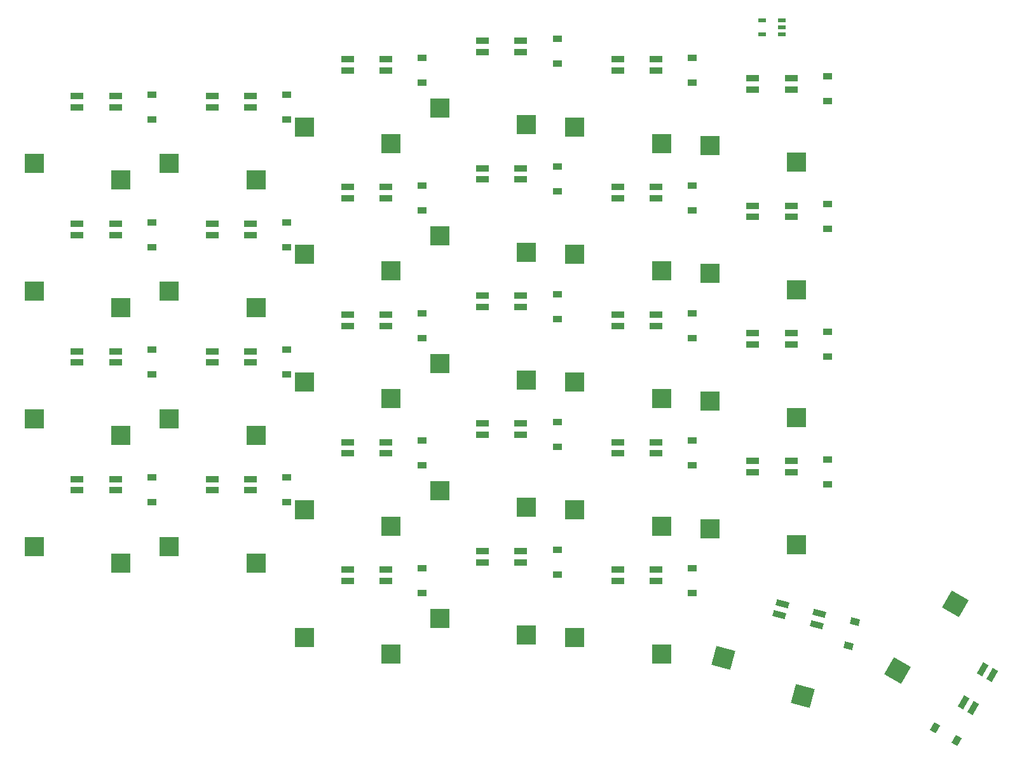
<source format=gbr>
%TF.GenerationSoftware,KiCad,Pcbnew,7.0.7*%
%TF.CreationDate,2023-10-16T17:22:34-07:00*%
%TF.ProjectId,main_pcb,6d61696e-5f70-4636-922e-6b696361645f,v1.0.0*%
%TF.SameCoordinates,Original*%
%TF.FileFunction,Paste,Bot*%
%TF.FilePolarity,Positive*%
%FSLAX46Y46*%
G04 Gerber Fmt 4.6, Leading zero omitted, Abs format (unit mm)*
G04 Created by KiCad (PCBNEW 7.0.7) date 2023-10-16 17:22:34*
%MOMM*%
%LPD*%
G01*
G04 APERTURE LIST*
G04 Aperture macros list*
%AMRotRect*
0 Rectangle, with rotation*
0 The origin of the aperture is its center*
0 $1 length*
0 $2 width*
0 $3 Rotation angle, in degrees counterclockwise*
0 Add horizontal line*
21,1,$1,$2,0,0,$3*%
G04 Aperture macros list end*
%ADD10R,1.700000X0.820000*%
%ADD11RotRect,1.700000X0.820000X345.000000*%
%ADD12R,2.600000X2.600000*%
%ADD13RotRect,1.700000X0.820000X240.000000*%
%ADD14RotRect,2.600000X2.600000X165.000000*%
%ADD15R,1.100000X0.600000*%
%ADD16RotRect,2.600000X2.600000X60.000000*%
%ADD17R,1.200000X0.900000*%
%ADD18RotRect,0.900000X1.200000X150.000000*%
%ADD19RotRect,0.900000X1.200000X255.000000*%
G04 APERTURE END LIST*
D10*
%TO.C,_23*%
X224549988Y-121850000D03*
X219449988Y-123350000D03*
X224549988Y-123350000D03*
X219449988Y-121850000D03*
%TD*%
%TO.C,_17*%
X206549988Y-136350000D03*
X201449988Y-137850000D03*
X206549988Y-137850000D03*
X201449988Y-136350000D03*
%TD*%
D11*
%TO.C,_28*%
X246321899Y-195688878D03*
X241007449Y-195817790D03*
X245933671Y-197137767D03*
X241395677Y-194368901D03*
%TD*%
D10*
%TO.C,_25*%
X242549988Y-158350000D03*
X237449988Y-159850000D03*
X242549988Y-159850000D03*
X237449988Y-158350000D03*
%TD*%
%TO.C,_21*%
X224549988Y-155850000D03*
X219449988Y-157350000D03*
X224549988Y-157350000D03*
X219449988Y-155850000D03*
%TD*%
D12*
%TO.C,S20*%
X225274988Y-184050000D03*
X213724988Y-181850000D03*
%TD*%
%TO.C,S27*%
X243274988Y-135550000D03*
X231724988Y-133350000D03*
%TD*%
D10*
%TO.C,_4*%
X152549988Y-126750000D03*
X147449988Y-128250000D03*
X152549988Y-128250000D03*
X147449988Y-126750000D03*
%TD*%
%TO.C,_19*%
X224549988Y-189850000D03*
X219449988Y-191350000D03*
X224549988Y-191350000D03*
X219449988Y-189850000D03*
%TD*%
%TO.C,_5*%
X170549988Y-177750000D03*
X165449988Y-179250000D03*
X170549988Y-179250000D03*
X165449988Y-177750000D03*
%TD*%
D12*
%TO.C,S15*%
X207274988Y-181550000D03*
X195724988Y-179350000D03*
%TD*%
%TO.C,S5*%
X171274988Y-188950000D03*
X159724988Y-186750000D03*
%TD*%
%TO.C,S11*%
X189274988Y-167050000D03*
X177724988Y-164850000D03*
%TD*%
D10*
%TO.C,_2*%
X152549988Y-160750000D03*
X147449988Y-162250000D03*
X152549988Y-162250000D03*
X147449988Y-160750000D03*
%TD*%
D13*
%TO.C,_29*%
X266823350Y-208244032D03*
X268074312Y-203077302D03*
X265524312Y-207494032D03*
X269373350Y-203827302D03*
%TD*%
D10*
%TO.C,_15*%
X206549988Y-170350000D03*
X201449988Y-171850000D03*
X206549988Y-171850000D03*
X201449988Y-170350000D03*
%TD*%
%TO.C,_11*%
X188549988Y-155850000D03*
X183449988Y-157350000D03*
X188549988Y-157350000D03*
X183449988Y-155850000D03*
%TD*%
D12*
%TO.C,S9*%
X189274988Y-201050000D03*
X177724988Y-198850000D03*
%TD*%
D10*
%TO.C,_24*%
X242549988Y-175350000D03*
X237449988Y-176850000D03*
X242549988Y-176850000D03*
X237449988Y-175350000D03*
%TD*%
%TO.C,_10*%
X188549988Y-172850000D03*
X183449988Y-174350000D03*
X188549988Y-174350000D03*
X183449988Y-172850000D03*
%TD*%
D12*
%TO.C,S16*%
X207274988Y-164550000D03*
X195724988Y-162350000D03*
%TD*%
%TO.C,S24*%
X243274988Y-186550000D03*
X231724988Y-184350000D03*
%TD*%
%TO.C,S6*%
X171274988Y-171950000D03*
X159724988Y-169750000D03*
%TD*%
%TO.C,S8*%
X171274988Y-137950000D03*
X159724988Y-135750000D03*
%TD*%
D10*
%TO.C,_9*%
X188549988Y-189850000D03*
X183449988Y-191350000D03*
X188549988Y-191350000D03*
X183449988Y-189850000D03*
%TD*%
%TO.C,_14*%
X206549988Y-187350000D03*
X201449988Y-188850000D03*
X206549988Y-188850000D03*
X201449988Y-187350000D03*
%TD*%
D12*
%TO.C,S1*%
X153274988Y-188950000D03*
X141724988Y-186750000D03*
%TD*%
%TO.C,S10*%
X189274988Y-184050000D03*
X177724988Y-181850000D03*
%TD*%
D10*
%TO.C,_20*%
X224549988Y-172850000D03*
X219449988Y-174350000D03*
X224549988Y-174350000D03*
X219449988Y-172850000D03*
%TD*%
%TO.C,_27*%
X242549988Y-124350000D03*
X237449988Y-125850000D03*
X242549988Y-125850000D03*
X237449988Y-124350000D03*
%TD*%
%TO.C,_12*%
X188549988Y-138850000D03*
X183449988Y-140350000D03*
X188549988Y-140350000D03*
X183449988Y-138850000D03*
%TD*%
%TO.C,_18*%
X206549988Y-119350000D03*
X201449988Y-120850000D03*
X206549988Y-120850000D03*
X201449988Y-119350000D03*
%TD*%
D12*
%TO.C,S13*%
X189274988Y-133050000D03*
X177724988Y-130850000D03*
%TD*%
%TO.C,S12*%
X189274988Y-150050000D03*
X177724988Y-147850000D03*
%TD*%
D14*
%TO.C,S28*%
X244123422Y-206694891D03*
X233536380Y-201580494D03*
%TD*%
D12*
%TO.C,S4*%
X153274988Y-137950000D03*
X141724988Y-135750000D03*
%TD*%
D15*
%TO.C,_30*%
X241299988Y-117600000D03*
X238699988Y-116650000D03*
X241299988Y-118550000D03*
X241299988Y-116650000D03*
X238699988Y-118550000D03*
%TD*%
D12*
%TO.C,S17*%
X207274988Y-147550000D03*
X195724988Y-145350000D03*
%TD*%
D10*
%TO.C,_16*%
X206549988Y-153350000D03*
X201449988Y-154850000D03*
X206549988Y-154850000D03*
X201449988Y-153350000D03*
%TD*%
D12*
%TO.C,S19*%
X225274988Y-201050000D03*
X213724988Y-198850000D03*
%TD*%
%TO.C,S22*%
X225274988Y-150050000D03*
X213724988Y-147850000D03*
%TD*%
D10*
%TO.C,_1*%
X152549988Y-177750000D03*
X147449988Y-179250000D03*
X152549988Y-179250000D03*
X147449988Y-177750000D03*
%TD*%
D12*
%TO.C,S7*%
X171274988Y-154950000D03*
X159724988Y-152750000D03*
%TD*%
%TO.C,S25*%
X243274988Y-169550000D03*
X231724988Y-167350000D03*
%TD*%
D10*
%TO.C,_6*%
X170549988Y-160750000D03*
X165449988Y-162250000D03*
X170549988Y-162250000D03*
X165449988Y-160750000D03*
%TD*%
%TO.C,_8*%
X170549988Y-126750000D03*
X165449988Y-128250000D03*
X170549988Y-128250000D03*
X165449988Y-126750000D03*
%TD*%
%TO.C,_13*%
X188549988Y-121850000D03*
X183449988Y-123350000D03*
X188549988Y-123350000D03*
X183449988Y-121850000D03*
%TD*%
%TO.C,_22*%
X224549988Y-138850000D03*
X219449988Y-140350000D03*
X224549988Y-140350000D03*
X219449988Y-138850000D03*
%TD*%
D12*
%TO.C,S21*%
X225274988Y-167050000D03*
X213724988Y-164850000D03*
%TD*%
%TO.C,S2*%
X153274988Y-171950000D03*
X141724988Y-169750000D03*
%TD*%
D10*
%TO.C,_7*%
X170549988Y-143750000D03*
X165449988Y-145250000D03*
X170549988Y-145250000D03*
X165449988Y-143750000D03*
%TD*%
%TO.C,_3*%
X152549988Y-143750000D03*
X147449988Y-145250000D03*
X152549988Y-145250000D03*
X147449988Y-143750000D03*
%TD*%
D12*
%TO.C,S18*%
X207274988Y-130550000D03*
X195724988Y-128350000D03*
%TD*%
D10*
%TO.C,_26*%
X242549988Y-141350000D03*
X237449988Y-142850000D03*
X242549988Y-142850000D03*
X237449988Y-141350000D03*
%TD*%
D12*
%TO.C,S3*%
X153274988Y-154950000D03*
X141724988Y-152750000D03*
%TD*%
%TO.C,S26*%
X243274988Y-152550000D03*
X231724988Y-150350000D03*
%TD*%
%TO.C,S14*%
X207274988Y-198550000D03*
X195724988Y-196350000D03*
%TD*%
D16*
%TO.C,S29*%
X256761365Y-203271900D03*
X264441621Y-194369307D03*
%TD*%
D12*
%TO.C,S23*%
X225274988Y-133050000D03*
X213724988Y-130850000D03*
%TD*%
D17*
%TO.C,D12*%
X193399988Y-141950000D03*
X193399988Y-138650000D03*
%TD*%
%TO.C,D13*%
X193399988Y-124950000D03*
X193399988Y-121650000D03*
%TD*%
%TO.C,D24*%
X247399988Y-178450000D03*
X247399988Y-175150000D03*
%TD*%
%TO.C,D3*%
X157399988Y-146850000D03*
X157399988Y-143550000D03*
%TD*%
%TO.C,D20*%
X229399988Y-175950000D03*
X229399988Y-172650000D03*
%TD*%
%TO.C,D2*%
X157399988Y-163850000D03*
X157399988Y-160550000D03*
%TD*%
%TO.C,D10*%
X193399988Y-175950000D03*
X193399988Y-172650000D03*
%TD*%
%TO.C,D11*%
X193399988Y-158950000D03*
X193399988Y-155650000D03*
%TD*%
%TO.C,D4*%
X157399988Y-129850000D03*
X157399988Y-126550000D03*
%TD*%
%TO.C,D14*%
X211399988Y-190450000D03*
X211399988Y-187150000D03*
%TD*%
%TO.C,D18*%
X211399988Y-122450000D03*
X211399988Y-119150000D03*
%TD*%
%TO.C,D25*%
X247399988Y-161450000D03*
X247399988Y-158150000D03*
%TD*%
%TO.C,D7*%
X175399988Y-146850000D03*
X175399988Y-143550000D03*
%TD*%
%TO.C,D22*%
X229399988Y-141950000D03*
X229399988Y-138650000D03*
%TD*%
%TO.C,D5*%
X175399988Y-180850000D03*
X175399988Y-177550000D03*
%TD*%
%TO.C,D26*%
X247399988Y-144450000D03*
X247399988Y-141150000D03*
%TD*%
%TO.C,D15*%
X211399988Y-173450000D03*
X211399988Y-170150000D03*
%TD*%
%TO.C,D8*%
X175399988Y-129850000D03*
X175399988Y-126550000D03*
%TD*%
%TO.C,D1*%
X157399988Y-180850000D03*
X157399988Y-177550000D03*
%TD*%
%TO.C,D9*%
X193399988Y-192950000D03*
X193399988Y-189650000D03*
%TD*%
D18*
%TO.C,D29*%
X261713671Y-210894255D03*
X264571555Y-212544255D03*
%TD*%
D17*
%TO.C,D23*%
X229399988Y-124950000D03*
X229399988Y-121650000D03*
%TD*%
%TO.C,D6*%
X175399988Y-163850000D03*
X175399988Y-160550000D03*
%TD*%
%TO.C,D16*%
X211399988Y-156450000D03*
X211399988Y-153150000D03*
%TD*%
%TO.C,D17*%
X211399988Y-139450000D03*
X211399988Y-136150000D03*
%TD*%
%TO.C,D21*%
X229399988Y-158950000D03*
X229399988Y-155650000D03*
%TD*%
%TO.C,D19*%
X229399988Y-192950000D03*
X229399988Y-189650000D03*
%TD*%
%TO.C,D27*%
X247399988Y-127450000D03*
X247399988Y-124150000D03*
%TD*%
D19*
%TO.C,D28*%
X250204301Y-199938521D03*
X251058403Y-196750965D03*
%TD*%
M02*

</source>
